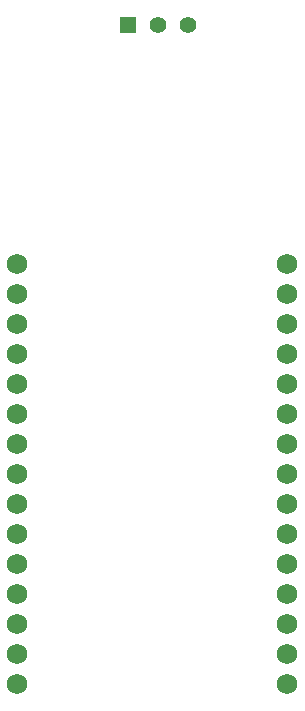
<source format=gts>
G04 Layer: TopSolderMaskLayer*
G04 EasyEDA v6.5.46, 2025-03-12 12:44:04*
G04 43a005aebb1148eda2c6f0889f11ea4c,3f48c7b914b54ba696cb8a095b2acdd1,10*
G04 Gerber Generator version 0.2*
G04 Scale: 100 percent, Rotated: No, Reflected: No *
G04 Dimensions in inches *
G04 leading zeros omitted , absolute positions ,3 integer and 6 decimal *
%FSLAX36Y36*%
%MOIN*%

%AMMACRO1*4,1,8,-0.0263,-0.0275,-0.0275,-0.0263,-0.0275,0.0263,-0.0263,0.0275,0.0263,0.0275,0.0275,0.0263,0.0275,-0.0263,0.0263,-0.0275,-0.0263,-0.0275,0*%
%ADD10C,0.0680*%
%ADD11C,0.0550*%
%ADD12MACRO1*%

%LPD*%
D10*
G01*
X2430000Y-2380000D03*
G01*
X2430000Y-2280000D03*
G01*
X2430000Y-2180000D03*
G01*
X2430000Y-2080000D03*
G01*
X2430000Y-1980000D03*
G01*
X2430000Y-1880000D03*
G01*
X2430000Y-1780000D03*
G01*
X2430000Y-1680000D03*
G01*
X2430000Y-1580000D03*
G01*
X2430000Y-1480000D03*
G01*
X2430000Y-1380000D03*
G01*
X2430000Y-1280000D03*
G01*
X2430000Y-1180000D03*
G01*
X2430000Y-1080000D03*
G01*
X2430000Y-980000D03*
G01*
X1530000Y-980000D03*
G01*
X1530000Y-1080000D03*
G01*
X1530000Y-1180000D03*
G01*
X1530000Y-1280000D03*
G01*
X1530000Y-1380000D03*
G01*
X1530000Y-1480000D03*
G01*
X1530000Y-1580000D03*
G01*
X1530000Y-1680000D03*
G01*
X1530000Y-1780000D03*
G01*
X1530000Y-1880000D03*
G01*
X1530000Y-1980000D03*
G01*
X1530000Y-2080000D03*
G01*
X1530000Y-2180000D03*
G01*
X1530000Y-2280000D03*
G01*
X1530000Y-2380000D03*
D11*
G01*
X2098699Y-183400D03*
G01*
X1998699Y-183400D03*
D12*
G01*
X1898779Y-183780D03*
M02*

</source>
